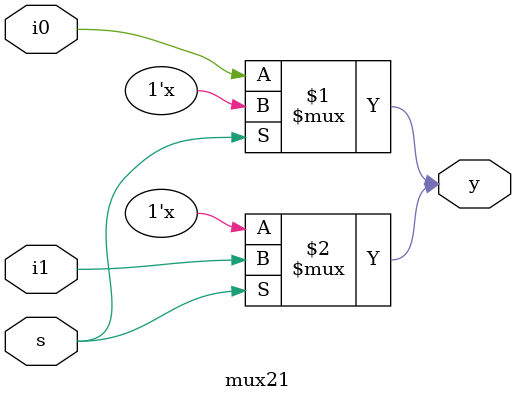
<source format=sv>
module mux21(i0,i1,s,y);
  input i0,i1,s;
  output y;
  
  bufif0 b1(y,i0,s);
  bufif1 b2(y,i1,s);
endmodule
</source>
